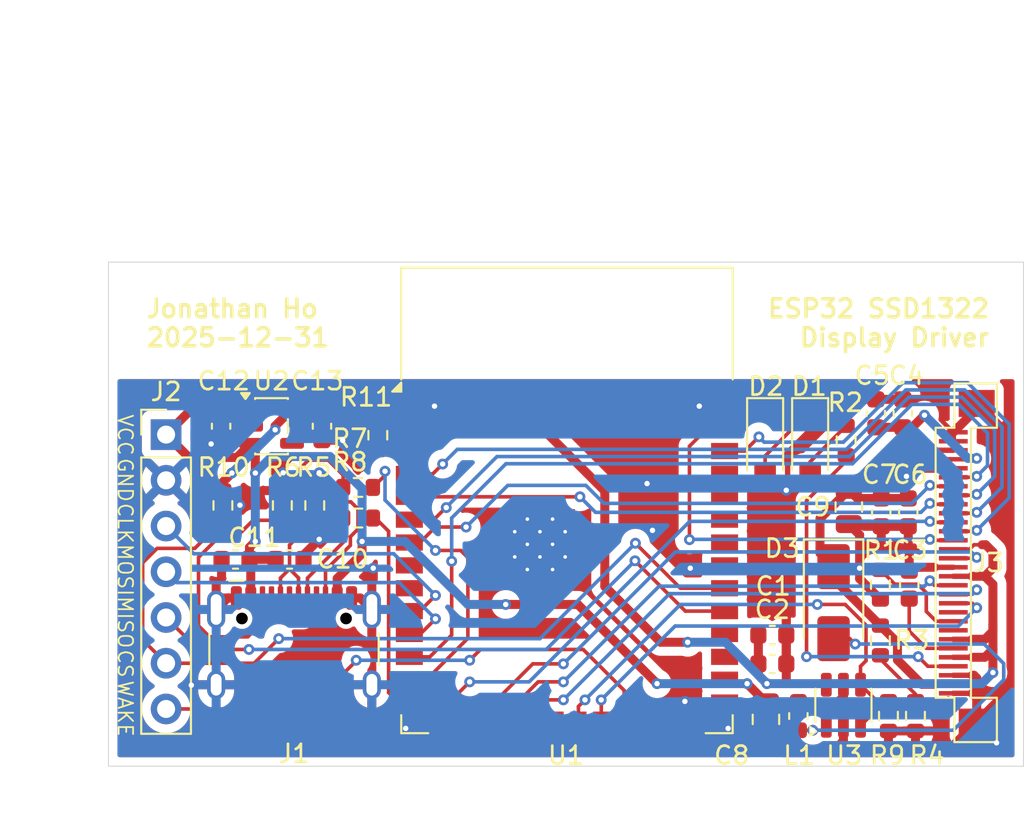
<source format=kicad_pcb>
(kicad_pcb (version 20241229) (generator "pcbnew") (generator_version "9.0")
  (layers (0 "F.Cu" signal) (2 "B.Cu" signal) (13 "F.Paste" user) (15 "B.Paste" user) (5 "F.SilkS" user "F.Silkscreen") (7 "B.SilkS" user "B.Silkscreen") (1 "F.Mask" user) (3 "B.Mask" user) (25 "Edge.Cuts" user))
  (net 0 "")
  (net 1 "GND")
  (net 2 "+3V3")
  (net 3 "+12V")
  (net 4 "+5V")
  (net 5 "Net-(D1-K)")
  (net 6 "Net-(D1-A)")
  (net 7 "Net-(D3-A)")
  (net 8 "Net-(J1-D--PadA7)")
  (net 9 "Net-(J1-CC1)")
  (net 10 "Net-(J1-CC2)")
  (net 11 "Net-(J1-D+-PadA6)")
  (net 12 "Net-(J2-CS)")
  (net 13 "Net-(J2-WAKE)")
  (net 14 "Net-(J2-CLK)")
  (net 15 "Net-(J2-MOSI)")
  (net 16 "Net-(J2-MISO)")
  (net 17 "Net-(U3-FB)")
  (net 18 "Net-(U1-USB_D-)")
  (net 19 "Net-(U1-USB_D+)")
  (net 20 "Net-(U1-IO13)")
  (net 21 "Net-(U1-EN)")
  (net 41 "Net-(J3-VDD)")
  (net 42 "Net-(J3-VCOMH)")
  (net 43 "Net-(J3-D3)")
  (net 44 "Net-(J3-D5)")
  (net 45 "Net-(J3-DC#)")
  (net 46 "Net-(J3-D6)")
  (net 47 "Net-(J3-CS#)")
  (net 49 "Net-(J3-RW#)")
  (net 50 "Net-(J3-IREF)")
  (net 51 "Net-(J3-D2)")
  (net 52 "Net-(J3-VSL)")
  (net 54 "Net-(J3-D1)")
  (net 55 "Net-(J3-D4)")
  (net 56 "Net-(J3-D7)")
  (net 57 "Net-(J3-D0)")
  (net 58 "Net-(J3-RES#)")
  (footprint "Resistor_SMD:R_0603_1608Metric" (layer "F.Cu") (at 94.953661 101.614553 -90)
    (property "Reference" "R11")
    (property "Value" "10k")
  )
  (footprint "Capacitor_SMD:C_0603_1608Metric" (layer "F.Cu") (at 91.853661 101.114553 -90)
    (property "Reference" "C13")
    (property "Value" "2.2uF")
  )
  (footprint "RF_Module:ESP32-S3-WROOM-1" (layer "F.Cu") (at 105.453661 105.214553)
    (property "Reference" "U1")
    (property "Value" "ESP32-S3-WROOM-1")
  )
  (footprint "Capacitor_SMD:C_0603_1608Metric" (layer "F.Cu") (at 90.053661 108.514553)
    (property "Reference" "C10")
    (property "Value" "10uF")
  )
  (footprint "Resistor_SMD:R_0603_1608Metric" (layer "F.Cu") (at 93.853661 104.514553)
    (property "Reference" "R7")
    (property "Value" "22R")
  )
  (footprint "SSD1322:ssd1322" (layer "F.Cu") (at 126.9 108.7 90)
    (property "Reference" "J3")
    (property "Value" "SSD1322 30-Pin Connector")
  )
  (footprint "Diode_SMD:D_SOD-123" (layer "F.Cu") (at 116.453661 101.914553 -90)
    (property "Reference" "D2")
    (property "Value" "1N4148")
  )
  (footprint "Resistor_SMD:R_0603_1608Metric" (layer "F.Cu") (at 91.453661 105.514553 90)
    (property "Reference" "R5")
    (property "Value" "5.1k")
  )
  (footprint "Resistor_SMD:R_0603_1608Metric" (layer "F.Cu") (at 120.953661 101.914553 -90)
    (property "Reference" "R2")
    (property "Value" "50R")
  )
  (footprint "Capacitor_SMD:C_0603_1608Metric" (layer "F.Cu") (at 87.053661 108.514553 180)
    (property "Reference" "C11")
    (property "Value" "0.1uF")
  )
  (footprint "Capacitor_SMD:C_0603_1608Metric" (layer "F.Cu") (at 86.253661 101.114553 -90)
    (property "Reference" "C12")
    (property "Value" "1uF")
  )
  (footprint "Diode_SMD:D_SMA" (layer "F.Cu") (at 120.253661 110.914553 -90)
    (property "Reference" "D3")
    (property "Value" "SS34")
  )
  (footprint "Resistor_SMD:R_0603_1608Metric" (layer "F.Cu") (at 89.653661 105.514553 90)
    (property "Reference" "R6")
    (property "Value" "5.1k")
  )
  (footprint "Package_TO_SOT_SMD:SOT-23-5" (layer "F.Cu") (at 89.053661 101.114553)
    (property "Reference" "U2")
    (property "Value" "AP2112K-3.3")
  )
  (footprint "Package_TO_SOT_SMD:SOT-23-6" (layer "F.Cu") (at 120.8 116.614553 90)
    (property "Reference" "U3")
    (property "Value" "MT3608")
  )
  (footprint "Connector_PinHeader_2.54mm:PinHeader_1x07_P2.54mm_Vertical" (layer "F.Cu") (at 83.2 101.58)
    (property "Reference" "J2")
    (property "Value" "Display Connector Input")
  )
  (footprint "Capacitor_SMD:C_0603_1608Metric" (layer "F.Cu") (at 124.4 105.9 -90)
    (property "Reference" "C6")
    (property "Value" "10uF (25V)")
  )
  (footprint "Capacitor_SMD:C_0603_1608Metric" (layer "F.Cu") (at 116.853661 114.314553)
    (property "Reference" "C2")
    (property "Value" "0.1uF")
  )
  (footprint "Diode_SMD:D_SOD-123" (layer "F.Cu") (at 118.953661 101.914553 -90)
    (property "Reference" "D1")
    (property "Value" "1N4148")
  )
  (footprint "Resistor_SMD:R_0603_1608Metric" (layer "F.Cu") (at 93.853661 106.214553)
    (property "Reference" "R8")
    (property "Value" "22R")
  )
  (footprint "Resistor_SMD:R_0603_1608Metric" (layer "F.Cu") (at 122.853661 109.914553 90)
    (property "Reference" "R1")
    (property "Value" "910k (or 1M)")
  )
  (footprint "Connector_USB:USB_C_Receptacle_HCTL_HC-TYPE-C-16P-01A" (layer "F.Cu") (at 90.3 114.4)
    (property "Reference" "J1")
    (property "Value" "USB_C_Receptacle_USB2.0_16P")
  )
  (footprint "Resistor_SMD:R_0603_1608Metric" (layer "F.Cu") (at 123.3 117.214553 -90)
    (property "Reference" "R9")
    (property "Value" "100k")
  )
  (footprint "Capacitor_SMD:C_0805_2012Metric" (layer "F.Cu") (at 116.5 117.4 -90)
    (property "Reference" "C8")
    (property "Value" "22uF")
  )
  (footprint "Capacitor_SMD:C_0603_1608Metric" (layer "F.Cu") (at 122.9 105.9 -90)
    (property "Reference" "C7")
    (property "Value" "0.1uF (25V)")
  )
  (footprint "Resistor_SMD:R_0603_1608Metric" (layer "F.Cu") (at 122.853661 113.014553 -90)
    (property "Reference" "R3")
    (property "Value" "190k (or 200k)")
  )
  (footprint "Capacitor_SMD:C_0603_1608Metric" (layer "F.Cu") (at 116.853661 112.714553)
    (property "Reference" "C1")
    (property "Value" "10uF")
  )
  (footprint "Inductor_SMD:L_0603_1608Metric" (layer "F.Cu") (at 118.3 117.214553 -90)
    (property "Reference" "L1")
    (property "Value" "22uH (or 10uH)")
  )
  (footprint "Capacitor_SMD:C_0603_1608Metric" (layer "F.Cu") (at 124.1 100.4 90)
    (property "Reference" "C4")
    (property "Value" "4.7uF (25V)")
  )
  (footprint "Resistor_SMD:R_0603_1608Metric" (layer "F.Cu") (at 124.8 117.214553 -90)
    (property "Reference" "R4")
    (property "Value" "10k")
  )
  (footprint "Capacitor_SMD:C_0603_1608Metric" (layer "F.Cu") (at 124.453661 109.914553 90)
    (property "Reference" "C3")
    (property "Value" "1uF")
  )
  (footprint "Resistor_SMD:R_0603_1608Metric" (layer "F.Cu") (at 86.353661 105.514553 -90)
    (property "Reference" "R10")
    (property "Value" "10k")
  )
  (footprint "Capacitor_SMD:C_0805_2012Metric" (layer "F.Cu") (at 121.1 105.6 -90)
    (property "Reference" "C9")
    (property "Value" "22uF (25V)")
  )
  (footprint "Capacitor_SMD:C_0603_1608Metric" (layer "F.Cu") (at 122.6 100.4 90)
    (property "Reference" "C5")
    (property "Value" "0.1uF (25V)")
  )
  (gr_rect (start 80 92) (end 130.8 120) (stroke (width 0.05)) (fill no) (layer "Edge.Cuts"))
  (gr_text "CLK" (at 81.4 106.5 270) (layer "F.SilkS") (effects (font (size 0.8 0.8) (thickness 0.1)) (justify top)))
  (gr_text "GND" (at 81.4 104.1 270) (layer "F.SilkS") (effects (font (size 0.8 0.8) (thickness 0.1)) (justify top)))
  (gr_text "CS" (at 81.4 114.3 270) (layer "F.SilkS") (effects (font (size 0.8 0.8) (thickness 0.1)) (justify top)))
  (gr_text "ESP32 SSD1322\nDisplay Driver" (at 129 94 0) (layer "F.SilkS") (effects (font (size 1 1) (thickness 0.2) (bold yes)) (justify right top)))
  (gr_text "MISO" (at 81.4 112 270) (layer "F.SilkS") (effects (font (size 0.8 0.8) (thickness 0.1)) (justify top)))
  (gr_text "WAKE" (at 81.4 116.8 270) (layer "F.SilkS") (effects (font (size 0.8 0.8) (thickness 0.1)) (justify top)))
  (gr_text "VCC" (at 81.4 101.6 270) (layer "F.SilkS") (effects (font (size 0.8 0.8) (thickness 0.1)) (justify top)))
  (gr_text "MOSI" (at 81.4 109.1 270) (layer "F.SilkS") (effects (font (size 0.8 0.8) (thickness 0.1)) (justify top)))
  (gr_text "Jonathan Ho\n2025-12-31" (at 82 94 0) (layer "F.SilkS") (effects (font (size 1 1) (thickness 0.2) (bold yes)) (justify left top)))
  (segment (start 126.9 115.95) (end 127.95 115.95) (width 0.3) (layer "F.Cu") (net 1))
  (segment (start 124.75 103.45) (end 124.3 103.9) (width 0.5) (layer "F.Cu") (net 1))
  (segment (start 116.5 118.35) (end 114.85 118.35) (width 0.5) (layer "F.Cu") (net 1))
  (segment (start 117.25 119.1) (end 120.3 119.1) (width 0.5) (layer "F.Cu") (net 1))
  (segment (start 124.643214 108.95) (end 124.453661 109.139553) (width 0.5) (layer "F.Cu") (net 1))
  (segment (start 93.98 110.655) (end 94.62 111.295) (width 0.5) (layer "F.Cu") (net 1))
  (segment (start 128.2 115.1) (end 128.05 114.95) (width 0.5) (layer "F.Cu") (net 1))
  (segment (start 86.62 110.655) (end 85.98 111.295) (width 0.5) (layer "F.Cu") (net 1))
  (segment (start 125.85 103.45) (end 124.75 103.45) (width 0.5) (layer "F.Cu") (net 1))
  (segment (start 121.7 109.585892) (end 121.7 109) (width 0.5) (layer "F.Cu") (net 1))
  (segment (start 90.828661 108.271339) (end 90.828661 108.514553) (width 0.5) (layer "F.Cu") (net 1))
  (segment (start 116.5 118.35) (end 117.25 119.1) (width 0.5) (layer "F.Cu") (net 1))
  (segment (start 93.5 110.655) (end 93.98 110.655) (width 0.5) (layer "F.Cu") (net 1))
  (segment (start 124.453661 109.139553) (end 124.339553 109.139553) (width 0.5) (layer "F.Cu") (net 1))
  (segment (start 120.8 118.6) (end 120.8 117.752053) (width 0.5) (layer "F.Cu") (net 1))
  (segment (start 126.9 114.95) (end 127.95 114.95) (width 0.3) (layer "F.Cu") (net 1))
  (segment (start 121.1 106.55) (end 122.775 106.55) (width 0.5) (layer "F.Cu") (net 1))
  (segment (start 87.1 110.655) (end 86.62 110.655) (width 0.5) (layer "F.Cu") (net 1))
  (segment (start 122.775 106.55) (end 122.9 106.675) (width 0.5) (layer "F.Cu") (net 1))
  (segment (start 120.3 119.1) (end 120.8 118.6) (width 0.5) (layer "F.Cu") (net 1))
  (segment (start 128.2 100.15) (end 126.9 101.45) (width 0.5) (layer "F.Cu") (net 1))
  (segment (start 117.628661 104.671339) (end 117.628661 112.714553) (width 0.5) (layer "F.Cu") (net 1))
  (segment (start 128.2 116.2) (end 128.2 115.1) (width 0.5) (layer "F.Cu") (net 1))
  (segment (start 91.7 104.443214) (end 91.453661 104.689553) (width 0.5) (layer "F.Cu") (net 1))
  (segment (start 91.853661 101.889553) (end 92.989553 101.889553) (width 0.5) (layer "F.Cu") (net 1))
  (segment (start 122.853661 110.739553) (end 121.7 109.585892) (width 0.5) (layer "F.Cu") (net 1))
  (segment (start 128.2 116.2) (end 128.2 117.55) (width 0.5) (layer "F.Cu") (net 1))
  (segment (start 122.9 106.675) (end 124.4 106.675) (width 0.5) (layer "F.Cu") (net 1))
  (segment (start 86.253661 101.889553) (end 87.028661 101.114553) (width 0.5) (layer "F.Cu") (net 1))
  (segment (start 121.7 107.15) (end 121.1 106.55) (width 0.5) (layer "F.Cu") (net 1))
  (segment (start 127.95 115.95) (end 128.2 116.2) (width 0.5) (layer "F.Cu") (net 1))
  (segment (start 121.7 109) (end 121.7 107.15) (width 0.5) (layer "F.Cu") (net 1))
  (segment (start 91.7 107.4) (end 90.828661 108.271339) (width 0.5) (layer "F.Cu") (net 1))
  (segment (start 125.85 108.95) (end 124.643214 108.95) (width 0.5) (layer "F.Cu") (net 1))
  (segment (start 128.2 99.85) (end 128.2 100.15) (width 0.5) (layer "F.Cu") (net 1))
  (segment (start 128.05 114.95) (end 127.95 114.95) (width 0.5) (layer "F.Cu") (net 1))
  (segment (start 126.9 103.45) (end 125.85 103.45) (width 0.3) (layer "F.Cu") (net 1))
  (segment (start 126.9 108.95) (end 125.85 108.95) (width 0.3) (layer "F.Cu") (net 1))
  (segment (start 92.989553 101.889553) (end 93 101.9) (width 0.5) (layer "F.Cu") (net 1))
  (segment (start 87.028661 101.114553) (end 87.916161 101.114553) (width 0.5) (layer "F.Cu") (net 1))
  (segment (start 126.9 101.95) (end 126.9 101.45) (width 0.3) (layer "F.Cu") (net 1))
  (segment (start 114.85 118.35) (end 114.4 117.9) (width 0.5) (layer "F.Cu") (net 1))
  (segment (start 86.278661 108.514553) (end 86.314553 108.514553) (width 0.5) (layer "F.Cu") (net 1))
  (segment (start 117.628661 114.314553) (end 117.628661 112.714553) (width 0.5) (layer "F.Cu") (net 1))
  (segment (start 91.7 103.7) (end 91.7 104.443214) (width 0.5) (layer "F.Cu") (net 1))
  (via (at 89.7 103.7) (size 0.6) (drill 0.3) (layers "F.Cu" "B.Cu") (net 1))
  (via (at 93 101.9) (size 0.6) (drill 0.3) (layers "F.Cu" "B.Cu") (net 1))
  (via (at 94.7 109) (size 0.6) (drill 0.3) (layers "F.Cu" "B.Cu") (net 1))
  (via (at 96.5 117.9) (size 0.6) (drill 0.3) (layers "F.Cu" "B.Cu") (net 1))
  (via (at 84.6 115.5) (size 0.6) (drill 0.3) (layers "F.Cu" "B.Cu") (net 1))
  (via (at 112.3 109) (size 0.6) (drill 0.3) (layers "F.Cu" "B.Cu") (net 1))
  (via (at 109.9 104.3) (size 0.6) (drill 0.3) (layers "F.Cu" "B.Cu") (net 1))
  (via (at 114.4 117.9) (size 0.6) (drill 0.3) (layers "F.Cu" "B.Cu") (net 1))
  (via (at 98.1 100) (size 0.6) (drill 0.3) (layers "F.Cu" "B.Cu") (net 1))
  (via (at 124.3 103.9) (size 0.6) (drill 0.3) (layers "F.Cu" "B.Cu") (net 1))
  (via (at 85.7 102.1) (size 0.6) (drill 0.3) (layers "F.Cu" "B.Cu") (net 1))
  (via (at 129.3 118.7) (size 0.6) (drill 0.3) (layers "F.Cu" "B.Cu") (net 1))
  (via (at 112 116.4) (size 0.6) (drill 0.3) (layers "F.Cu" "B.Cu") (net 1))
  (via (at 91.7 103.7) (size 0.6) (drill 0.3) (layers "F.Cu" "B.Cu") (net 1))
  (via (at 117.628661 104.671339) (size 0.6) (drill 0.3) (layers "F.Cu" "B.Cu") (net 1))
  (via (at 91.7 107.4) (size 0.6) (drill 0.3) (layers "F.Cu" "B.Cu") (net 1))
  (via (at 112.8 100) (size 0.6) (drill 0.3) (layers "F.Cu" "B.Cu") (net 1))
  (via (at 121.7 109) (size 0.6) (drill 0.3) (layers "F.Cu" "B.Cu") (net 1))
  (via (at 110.2 106.9) (size 0.6) (drill 0.3) (layers "F.Cu" "B.Cu") (net 1))
  (via (at 87.3 105.5) (size 0.6) (drill 0.3) (layers "F.Cu" "B.Cu") (net 1))
  (segment (start 86.353661 104.214553) (end 86.853661 103.714553) (width 0.5) (layer "F.Cu") (net 2))
  (segment (start 116.553661 115.414553) (end 116.078661 114.939553) (width 0.5) (layer "F.Cu") (net 2))
  (segment (start 126.9 107.95) (end 127.800057 107.95) (width 0.2) (layer "F.Cu") (net 2))
  (segment (start 128.65 109.45) (end 129.1 109) (width 0.5) (layer "F.Cu") (net 2))
  (segment (start 128.65 109.45) (end 129.1 109.9) (width 0.5) (layer "F.Cu") (net 2))
  (segment (start 129.1 108.1) (end 128.7 107.7) (width 0.5) (layer "F.Cu") (net 2))
  (segment (start 128.7 107.7) (end 128.5 107.7) (width 0.5) (layer "F.Cu") (net 2))
  (segment (start 129.1 112.5) (end 128.65 112.95) (width 0.5) (layer "F.Cu") (net 2))
  (segment (start 89.253661 101.314553) (end 89.253661 101.102053) (width 0.5) (layer "F.Cu") (net 2))
  (segment (start 112.153661 113.114553) (end 110.653661 113.114553) (width 0.5) (layer "F.Cu") (net 2))
  (segment (start 129.1 109.9) (end 129.1 112.1) (width 0.5) (layer "F.Cu") (net 2))
  (segment (start 116.078661 114.939553) (end 116.078661 114.314553) (width 0.5) (layer "F.Cu") (net 2))
  (segment (start 104.063661 101.224553) (end 96.703661 101.224553) (width 0.5) (layer "F.Cu") (net 2))
  (segment (start 129.1 112.1) (end 129.1 112.5) (width 0.5) (layer "F.Cu") (net 2))
  (segment (start 94.503661 100.339553) (end 94.953661 100.789553) (width 0.5) (layer "F.Cu") (net 2))
  (segment (start 129.1 113.5) (end 128.65 113.95) (width 0.5) (layer "F.Cu") (net 2))
  (segment (start 126.9 113.95) (end 127.95 113.95) (width 0.3) (layer "F.Cu") (net 2))
  (segment (start 129.1 112.1) (end 129.1 113.5) (width 0.5) (layer "F.Cu") (net 2))
  (segment (start 127.800057 107.95) (end 128.050057 107.7) (width 0.2) (layer "F.Cu") (net 2))
  (segment (start 94.953661 100.789553) (end 95.388661 101.224553) (width 0.5) (layer "F.Cu") (net 2))
  (segment (start 86.353661 104.689553) (end 86.353661 104.214553) (width 0.5) (layer "F.Cu") (net 2))
  (segment (start 110.653661 113.114553) (end 107.553661 110.014553) (width 0.5) (layer "F.Cu") (net 2))
  (segment (start 95.388661 101.224553) (end 96.703661 101.224553) (width 0.5) (layer "F.Cu") (net 2))
  (segment (start 89.253661 101.102053) (end 90.191161 100.164553) (width 0.5) (layer "F.Cu") (net 2))
  (segment (start 107.553661 104.714553) (end 104.063661 101.224553) (width 0.5) (layer "F.Cu") (net 2))
  (segment (start 91.678661 100.164553) (end 91.853661 100.339553) (width 0.5) (layer "F.Cu") (net 2))
  (segment (start 129.1 113.5) (end 129.1 114.8) (width 0.5) (layer "F.Cu") (net 2))
  (segment (start 128.050057 107.7) (end 128.5 107.7) (width 0.2) (layer "F.Cu") (net 2))
  (segment (start 128.65 112.95) (end 127.95 112.95) (width 0.5) (layer "F.Cu") (net 2))
  (segment (start 127.95 109.45) (end 128.65 109.45) (width 0.5) (layer "F.Cu") (net 2))
  (segment (start 116.078661 114.314553) (end 116.078661 112.714553) (width 0.5) (layer "F.Cu") (net 2))
  (segment (start 126.9 109.45) (end 127.95 109.45) (width 0.3) (layer "F.Cu") (net 2))
  (segment (start 91.853661 100.339553) (end 94.503661 100.339553) (width 0.5) (layer "F.Cu") (net 2))
  (segment (start 107.553661 110.014553) (end 107.553661 104.714553) (width 0.5) (layer "F.Cu") (net 2))
  (segment (start 126.9 112.95) (end 127.95 112.95) (width 0.3) (layer "F.Cu") (net 2))
  (segment (start 90.191161 100.164553) (end 91.678661 100.164553) (width 0.5) (layer "F.Cu") (net 2))
  (segment (start 128.65 113.95) (end 127.95 113.95) (width 0.5) (layer "F.Cu") (net 2))
  (segment (start 129.1 109) (end 129.1 108.1) (width 0.5) (layer "F.Cu") (net 2))
  (via (at 129.1 114.8) (size 0.6) (drill 0.3) (layers "F.Cu" "B.Cu") (net 2))
  (via (at 86.853661 103.714553) (size 0.6) (drill 0.3) (layers "F.Cu" "B.Cu") (net 2))
  (via (at 89.253661 101.314553) (size 0.6) (drill 0.3) (layers "F.Cu" "B.Cu") (net 2))
  (via (at 116.553661 115.414553) (size 0.6) (drill 0.3) (layers "F.Cu" "B.Cu") (net 2))
  (via (at 112.153661 113.114553) (size 0.6) (drill 0.3) (layers "F.Cu" "B.Cu") (net 2))
  (segment (start 128.485447 115.414553) (end 129.1 114.8) (width 0.5) (layer "B.Cu") (net 2))
  (segment (start 116.553661 115.414553) (end 128.485447 115.414553) (width 0.5) (layer "B.Cu") (net 2))
  (segment (start 86.853661 103.714553) (end 89.253661 101.314553) (width 0.5) (layer "B.Cu") (net 2))
  (segment (start 114.253661 113.114553) (end 112.153661 113.114553) (width 0.5) (layer "B.Cu") (net 2))
  (segment (start 116.553661 115.414553) (end 114.253661 113.114553) (width 0.5) (layer "B.Cu") (net 2))
  (segment (start 120.253661 109.589553) (end 122.853661 112.189553) (width 0.5) (layer "F.Cu") (net 3))
  (segment (start 122.853661 112.189553) (end 123.8 113.135892) (width 0.5) (layer "F.Cu") (net 3))
  (segment (start 122.9 105.125) (end 124.4 105.125) (width 0.5) (layer "F.Cu") (net 3))
  (segment (start 123.8 113.135892) (end 123.8 114.1) (width 0.5) (layer "F.Cu") (net 3))
  (segment (start 126.9 102.45) (end 125.85 102.45) (width 0.3) (layer "F.Cu") (net 3))
  (segment (start 125.15 115.45) (end 123.8 114.1) (width 0.5) (layer "F.Cu") (net 3))
  (segment (start 123.3 102.45) (end 125.649 102.45) (width 0.5) (layer "F.Cu") (net 3))
  (segment (start 126.9 115.45) (end 125.85 115.45) (width 0.3) (layer "F.Cu") (net 3))
  (segment (start 121.1 104.65) (end 119.5 106.25) (width 0.5) (layer "F.Cu") (net 3))
  (segment (start 121.575 105.125) (end 121.1 104.65) (width 0.5) (layer "F.Cu") (net 3))
  (segment (start 122.9 105.125) (end 121.575 105.125) (width 0.5) (layer "F.Cu") (net 3))
  (segment (start 125.85 115.45) (end 125.15 115.45) (width 0.5) (layer "F.Cu") (net 3))
  (segment (start 119.5 106.25) (end 119.5 108.160892) (width 0.5) (layer "F.Cu") (net 3))
  (segment (start 120.253661 108.914553) (end 120.253661 109.589553) (width 0.5) (layer "F.Cu") (net 3))
  (segment (start 121.1 104.65) (end 123.3 102.45) (width 0.5) (layer "F.Cu") (net 3))
  (segment (start 119.5 108.160892) (end 120.253661 108.914553) (width 0.5) (layer "F.Cu") (net 3))
  (segment (start 87.828661 108.514553) (end 87.903661 108.589553) (width 0.5) (layer "F.Cu") (net 4))
  (segment (start 116.5 116.45) (end 118.277053 116.45) (width 0.5) (layer "F.Cu") (net 4))
  (segment (start 94.078661 108.189553) (end 92.7 109.568214) (width 0.5) (layer "F.Cu") (net 4))
  (segment (start 87.129714 102.851) (end 84.471 102.851) (width 0.5) (layer "F.Cu") (net 4))
  (segment (start 94.078661 107.514553) (end 94.078661 108.189553) (width 0.5) (layer "F.Cu") (net 4))
  (segment (start 88.153661 107.514553) (end 87.828661 107.839553) (width 0.5) (layer "F.Cu") (net 4))
  (segment (start 118.277053 116.45) (end 118.3 116.427053) (width 0.5) (layer "F.Cu") (net 4))
  (segment (start 120.8 116.139552) (end 120.8 115.477053) (width 0.5) (layer "F.Cu") (net 4))
  (segment (start 87.828661 108.514553) (end 87.9 108.585892) (width 0.5) (layer "F.Cu") (net 4))
  (segment (start 87.828661 107.839553) (end 87.828661 108.514553) (width 0.5) (layer "F.Cu") (net 4))
  (segment (start 87.741161 100.339553) (end 87.916161 100.164553) (width 0.5) (layer "F.Cu") (net 4))
  (segment (start 118.3 116.427053) (end 118.472947 116.6) (width 0.5) (layer "F.Cu") (net 4))
  (segment (start 106.053661 111.014553) (end 110.453661 115.414553) (width 0.5) (layer "F.Cu") (net 4))
  (segment (start 88.153661 102.302053) (end 87.916161 102.064553) (width 0.5) (layer "F.Cu") (net 4))
  (segment (start 89.278661 108.514553) (end 87.828661 108.514553) (width 0.5) (layer "F.Cu") (net 4))
  (segment (start 86.253661 100.339553) (end 87.741161 100.339553) (width 0.5) (layer "F.Cu") (net 4))
  (segment (start 116.5 116.45) (end 116.489108 116.45) (width 0.5) (layer "F.Cu") (net 4))
  (segment (start 88.153661 103.714553) (end 88.153661 102.302053) (width 0.5) (layer "F.Cu") (net 4))
  (segment (start 120.339552 116.6) (end 120.8 116.139552) (width 0.5) (layer "F.Cu") (net 4))
  (segment (start 116.489108 116.45) (end 115.453661 115.414553) (width 0.5) (layer "F.Cu") (net 4))
  (segment (start 84.471 102.851) (end 83.2 101.58) (width 0.5) (layer "F.Cu") (net 4))
  (segment (start 86.253661 100.339553) (end 84.440447 100.339553) (width 0.5) (layer "F.Cu") (net 4))
  (segment (start 87.916161 102.064553) (end 87.129714 102.851) (width 0.5) (layer "F.Cu") (net 4))
  (segment (start 92.7 109.568214) (end 92.7 110.655) (width 0.5) (layer "F.Cu") (net 4))
  (segment (start 84.440447 100.339553) (end 83.2 101.58) (width 0.5) (layer "F.Cu") (net 4))
  (segment (start 118.472947 116.6) (end 120.339552 116.6) (width 0.5) (layer "F.Cu") (net 4))
  (segment (start 87.9 108.585892) (end 87.9 110.655) (width 0.5) (layer "F.Cu") (net 4))
  (segment (start 102.053661 111.014553) (end 106.053661 111.014553) (width 0.5) (layer "F.Cu") (net 4))
  (via (at 102.053661 111.014553) (size 0.6) (drill 0.3) (layers "F.Cu" "B.Cu") (net 4))
  (via (at 88.153661 107.514553) (size 0.6) (drill 0.3) (layers "F.Cu" "B.Cu") (net 4))
  (via (at 115.453661 115.414553) (size 0.6) (drill 0.3) (layers "F.Cu" "B.Cu") (net 4))
  (via (at 94.078661 107.514553) (size 0.6) (drill 0.3) (layers "F.Cu" "B.Cu") (net 4))
  (via (at 88.153661 103.714553) (size 0.6) (drill 0.3) (layers "F.Cu" "B.Cu") (net 4))
  (via (at 110.453661 115.414553) (size 0.6) (drill 0.3) (layers "F.Cu" "B.Cu") (net 4))
  (segment (start 94.078661 104.578661) (end 92.3 102.8) (width 0.5) (layer "B.Cu") (net 4))
  (segment (start 88.153661 103.714553) (end 88.153661 107.514553) (width 0.5) (layer "B.Cu") (net 4))
  (segment (start 96.453661 107.514553) (end 99.953661 111.014553) (width 0.5) (layer "B.Cu") (net 4))
  (segment (start 92.3 102.8) (end 89.068214 102.8) (width 0.5) (layer "B.Cu") (net 4))
  (segment (start 115.453661 115.414553) (end 110.453661 115.414553) (width 0.5) (layer "B.Cu") (net 4))
  (segment (start 89.068214 102.8) (end 88.153661 103.714553) (width 0.5) (layer "B.Cu") (net 4))
  (segment (start 99.953661 111.014553) (end 102.053661 111.014553) (width 0.5) (layer "B.Cu") (net 4))
  (segment (start 94.078661 107.514553) (end 96.453661 107.514553) (width 0.5) (layer "B.Cu") (net 4))
  (segment (start 94.078661 107.514553) (end 94.078661 104.578661) (width 0.5) (layer "B.Cu") (net 4))
  (segment (start 116.453661 102.764553) (end 118.953661 100.264553) (width 0.2) (layer "F.Cu") (net 5))
  (segment (start 116.453661 103.564553) (end 116.453661 102.764553) (width 0.2) (layer "F.Cu") (net 5))
  (segment (start 118.953661 103.564553) (end 118.953661 103.089553) (width 0.2) (layer "F.Cu") (net 6))
  (segment (start 118.953661 103.089553) (end 120.953661 101.089553) (width 0.2) (layer "F.Cu") (net 6))
  (segment (start 119.1 118.002053) (end 119.6 118.002053) (width 0.2) (layer "F.Cu") (net 7))
  (segment (start 121.153661 112.914553) (end 121.453661 113.214553) (width 0.2) (layer "F.Cu") (net 7))
  (segment (start 120.253661 112.914553) (end 121.153661 112.914553) (width 0.2) (layer "F.Cu") (net 7))
  (segment (start 119.6 118.002053) (end 119.85 117.752053) (width 0.2) (layer "F.Cu") (net 7))
  (segment (start 119.1 118.002053) (end 118.3 118.002053) (width 0.2) (layer "F.Cu") (net 7))
  (via (at 119.1 118.002053) (size 0.6) (drill 0.3) (layers "F.Cu" "B.Cu") (net 7))
  (via (at 121.453661 113.214553) (size 0.6) (drill 0.3) (layers "F.Cu" "B.Cu") (net 7))
  (segment (start 129.7 115.2) (end 126.897947 118.002053) (width 0.2) (layer "B.Cu") (net 7))
  (segment (start 129.7 114.3) (end 129.7 115.2) (width 0.2) (layer "B.Cu") (net 7))
  (segment (start 121.453661 113.214553) (end 128.614553 113.214553) (width 0.2) (layer "B.Cu") (net 7))
  (segment (start 126.897947 118.002053) (end 119.1 118.002053) (width 0.2) (layer "B.Cu") (net 7))
  (segment (start 128.614553 113.214553) (end 129.7 114.3) (width 0.2) (layer "B.Cu") (net 7))
  (segment (start 89.55 110.655) (end 89.55 109.546214) (width 0.2) (layer "F.Cu") (net 8))
  (segment (start 92.2 103) (end 93.028661 103.828661) (width 0.2) (layer "F.Cu") (net 8))
  (segment (start 90.553661 107.214553) (end 90.553661 103.546339) (width 0.2) (layer "F.Cu") (net 8))
  (segment (start 91.1 103) (end 92.2 103) (width 0.2) (layer "F.Cu") (net 8))
  (segment (start 89.55 109.546214) (end 90.053661 109.042553) (width 0.2) (layer "F.Cu") (net 8))
  (segment (start 90.553661 103.546339) (end 91.1 103) (width 0.2) (layer "F.Cu") (net 8))
  (segment (start 90.053661 109.042553) (end 90.053661 107.714553) (width 0.2) (layer "F.Cu") (net 8))
  (segment (start 93.028661 103.828661) (end 93.028661 104.514553) (width 0.2) (layer "F.Cu") (net 8))
  (segment (start 90.55 109.538892) (end 90.55 110.655) (width 0.2) (layer "F.Cu") (net 8))
  (segment (start 90.053661 109.042553) (end 90.55 109.538892) (width 0.2) (layer "F.Cu") (net 8))
  (segment (start 90.053661 107.714553) (end 90.553661 107.214553) (width 0.2) (layer "F.Cu") (net 8))
  (segment (start 85.614553 112.814553) (end 85 112.2) (width 0.2) (layer "F.Cu") (net 9))
  (segment (start 88.028661 106.339553) (end 89.653661 106.339553) (width 0.2) (layer "F.Cu") (net 9))
  (segment (start 85 108.4) (end 85.985447 107.414553) (width 0.2) (layer "F.Cu") (net 9))
  (segment (start 87.735661 112.814553) (end 85.614553 112.814553) (width 0.2) (layer "F.Cu") (net 9))
  (segment (start 85 112.2) (end 85 108.4) (width 0.2) (layer "F.Cu") (net 9))
  (segment (start 89.05 111.500214) (end 89.05 110.655) (width 0.2) (layer "F.Cu") (net 9))
  (segment (start 86.953661 107.414553) (end 88.028661 106.339553) (width 0.2) (layer "F.Cu") (net 9))
  (segment (start 87.735661 112.814553) (end 89.05 111.500214) (width 0.2) (layer "F.Cu") (net 9))
  (segment (start 85.985447 107.414553) (end 86.953661 107.414553) (width 0.2) (layer "F.Cu") (net 9))
  (segment (start 91.453661 106.339553) (end 92.478661 105.314553) (width 0.2) (layer "F.Cu") (net 10))
  (segment (start 93.853661 105.714553) (end 93.853661 106.826617) (width 0.2) (layer "F.Cu") (net 10))
  (segment (start 93.453661 105.314553) (end 93.853661 105.714553) (width 0.2) (layer "F.Cu") (net 10))
  (segment (start 92.05 109.113314) (end 92.05 110.655) (width 0.2) (layer "F.Cu") (net 10))
  (segment (start 92.478661 105.314553) (end 93.453661 105.314553) (width 0.2) (layer "F.Cu") (net 10))
  (segment (start 93.429661 107.733653) (end 92.05 109.113314) (width 0.2) (layer "F.Cu") (net 10))
  (segment (start 93.429661 107.250617) (end 93.429661 107.733653) (width 0.2) (layer "F.Cu") (net 10))
  (segment (start 93.853661 106.826617) (end 93.429661 107.250617) (width 0.2) (layer "F.Cu") (net 10))
  (segment (start 93.028661 107.567553) (end 93.028661 106.214553) (width 0.2) (layer "F.Cu") (net 11))
  (segment (start 91.05 110.655) (end 91.05 109.546214) (width 0.2) (layer "F.Cu") (net 11))
  (segment (start 91.05 111.55) (end 91.05 110.655) (width 0.2) (layer "F.Cu") (net 11))
  (segment (start 90.05 110.655) (end 90.05 111.55) (width 0.2) (layer "F.Cu") (net 11))
  (segment (start 90.05 111.55) (end 90.3 111.8) (width 0.2) (layer "F.Cu") (net 11))
  (segment (start 90.3 111.8) (end 90.8 111.8) (width 0.2) (layer "F.Cu") (net 11))
  (segment (start 90.8 111.8) (end 91.05 111.55) (width 0.2) (layer "F.Cu") (net 11))
  (segment (start 91.05 109.546214) (end 93.028661 107.567553) (width 0.2) (layer "F.Cu") (net 11))
  (segment (start 82.7 107.9) (end 81.9 108.7) (width 0.2) (layer "F.Cu") (net 12))
  (segment (start 81.9 112.98) (end 83.2 114.28) (width 0.2) (layer "F.Cu") (net 12))
  (segment (start 88.088214 114.28) (end 89.453661 112.914553) (width 0.2) (layer "F.Cu") (net 12))
  (segment (start 114.203661 110.114553) (end 111.753661 110.114553) (width 0.2) (layer "F.Cu") (net 12))
  (segment (start 84.793214 107.9) (end 82.7 107.9) (width 0.2) (layer "F.Cu") (net 12))
  (segment (start 81.9 108.7) (end 81.9 112.98) (width 0.2) (layer "F.Cu") (net 12))
  (segment (start 83.2 114.28) (end 88.088214 114.28) (width 0.2) (layer "F.Cu") (net 12))
  (segment (start 86.353661 106.339553) (end 84.793214 107.9) (width 0.2) (layer "F.Cu") (net 12))
  (segment (start 111.753661 110.114553) (end 109.253661 107.614553) (width 0.2) (layer "F.Cu") (net 12))
  (via (at 89.453661 112.914553) (size 0.6) (drill 0.3) (layers "F.Cu" "B.Cu") (net 12))
  (via (at 109.253661 107.614553) (size 0.6) (drill 0.3) (layers "F.Cu" "B.Cu") (net 12))
  (segment (start 103.953661 112.914553) (end 109.253661 107.614553) (width 0.2) (layer "B.Cu") (net 12))
  (segment (start 89.453661 112.914553) (end 103.953661 112.914553) (width 0.2) (layer "B.Cu") (net 12))
  (segment (start 93.753661 114.114553) (end 93.753661 114.146339) (width 0.2) (layer "F.Cu") (net 13))
  (segment (start 91.08 116.82) (end 83.2 116.82) (width 0.2) (layer "F.Cu") (net 13))
  (segment (start 100.653661 113.514553) (end 106.353661 113.514553) (width 0.2) (layer "F.Cu") (net 13))
  (segment (start 108.628661 115.789553) (end 108.628661 117.714553) (width 0.2) (layer "F.Cu") (net 13))
  (segment (start 106.353661 113.514553) (end 108.628661 115.789553) (width 0.2) (layer "F.Cu") (net 13))
  (segment (start 100.053661 114.114553) (end 100.653661 113.514553) (width 0.2) (layer "F.Cu") (net 13))
  (segment (start 93.753661 114.146339) (end 91.08 116.82) (width 0.2) (layer "F.Cu") (net 13))
  (via (at 93.753661 114.114553) (size 0.6) (drill 0.3) (layers "F.Cu" "B.Cu") (net 13))
  (via (at 100.053661 114.114553) (size 0.6) (drill 0.3) (layers "F.Cu" "B.Cu") (net 13))
  (segment (start 93.753661 114.114553) (end 100.053661 114.114553) (width 0.2) (layer "B.Cu") (net 13))
  (segment (start 98.153661 110.514553) (end 97.283661 111.384553) (width 0.2) (layer "F.Cu") (net 14))
  (segment (start 97.283661 111.384553) (end 96.703661 111.384553) (width 0.2) (layer "F.Cu") (net 14))
  (via (at 98.153661 110.514553) (size 0.6) (drill 0.3) (layers "F.Cu" "B.Cu") (net 14))
  (segment (start 95.839108 108.2) (end 84.74 108.2) (width 0.2) (layer "B.Cu") (net 14))
  (segment (start 84.74 108.2) (end 83.2 106.66) (width 0.2) (layer "B.Cu") (net 14))
  (segment (start 98.153661 110.514553) (end 95.839108 108.2) (width 0.2) (layer "B.Cu") (net 14))
  (segment (start 98.153661 111.814553) (end 97.313661 112.654553) (width 0.2) (layer "F.Cu") (net 15))
  (segment (start 97.313661 112.654553) (end 96.703661 112.654553) (width 0.2) (layer "F.Cu") (net 15))
  (via (at 98.153661 111.814553) (size 0.6) (drill 0.3) (layers "F.Cu" "B.Cu") (net 15))
  (segment (start 98.153661 111.814553) (end 96.139108 109.8) (width 0.2) (layer "B.Cu") (net 15))
  (segment (start 96.139108 109.8) (end 83.8 109.8) (width 0.2) (layer "B.Cu") (net 15))
  (segment (start 83.8 109.8) (end 83.2 109.2) (width 0.2) (layer "B.Cu") (net 15))
  (segment (start 112.023661 111.384553) (end 109.229396 108.590288) (width 0.2) (layer "F.Cu") (net 16))
  (segment (start 114.203661 111.384553) (end 112.023661 111.384553) (width 0.2) (layer "F.Cu") (net 16))
  (segment (start 87.8 113.514553) (end 84.974553 113.514553) (width 0.2) (layer "F.Cu") (net 16))
  (segment (start 84.974553 113.514553) (end 83.2 111.74) (width 0.2) (layer "F.Cu") (net 16))
  (via (at 109.229396 108.590288) (size 0.6) (drill 0.3) (layers "F.Cu" "B.Cu") (net 16))
  (via (at 87.8 113.514553) (size 0.6) (drill 0.3) (layers "F.Cu" "B.Cu") (net 16))
  (segment (start 87.8 113.514553) (end 104.305131 113.514553) (width 0.2) (layer "B.Cu") (net 16))
  (segment (start 104.305131 113.514553) (end 109.229396 108.590288) (width 0.2) (layer "B.Cu") (net 16))
  (segment (start 122.853661 114.053661) (end 124.8 116) (width 0.2) (layer "F.Cu") (net 17))
  (segment (start 122.853661 113.839553) (end 122.853661 114.053661) (width 0.2) (layer "F.Cu") (net 17))
  (segment (start 122.302053 117.2) (end 123.989553 117.2) (width 0.2) (layer "F.Cu") (net 17))
  (segment (start 124.8 116) (end 124.8 116.389553) (width 0.2) (layer "F.Cu") (net 17))
  (segment (start 123.989553 117.2) (end 124.8 116.389553) (width 0.2) (layer "F.Cu") (net 17))
  (segment (start 121.75 117.752053) (end 122.302053 117.2) (width 0.2) (layer "F.Cu") (net 17))
  (segment (start 98.153661 108.014553) (end 99.553661 108.014553) (width 0.2) (layer "F.Cu") (net 18))
  (segment (start 99.953661 112.894553) (end 97.653661 115.194553) (width 0.2) (layer "F.Cu") (net 18))
  (segment (start 95.353661 103.839553) (end 94.678661 104.514553) (width 0.2) (layer "F.Cu") (net 18))
  (segment (start 95.353661 103.614553) (end 95.353661 103.839553) (width 0.2) (layer "F.Cu") (net 18))
  (segment (start 99.553661 108.014553) (end 99.953661 108.414553) (width 0.2) (layer "F.Cu") (net 18))
  (segment (start 99.953661 108.414553) (end 99.953661 112.894553) (width 0.2) (layer "F.Cu") (net 18))
  (segment (start 97.653661 115.194553) (end 96.703661 115.194553) (width 0.2) (layer "F.Cu") (net 18))
  (via (at 95.353661 103.614553) (size 0.6) (drill 0.3) (layers "F.Cu" "B.Cu") (net 18))
  (via (at 98.153661 108.014553) (size 0.6) (drill 0.3) (layers "F.Cu" "B.Cu") (net 18))
  (segment (start 98.153661 108.014553) (end 95.353661 105.214553) (width 0.2) (layer "B.Cu") (net 18))
  (segment (start 95.353661 105.214553) (end 95.353661 103.614553) (width 0.2) (layer "B.Cu") (net 18))
  (segment (start 96.103661 116.464553) (end 96.703661 116.464553) (width 0.2) (layer "F.Cu") (net 19))
  (segment (start 94.678661 106.214553) (end 94.814553 106.214553) (width 0.2) (layer "F.Cu") (net 19))
  (segment (start 95.553661 115.914553) (end 96.103661 116.464553) (width 0.2) (layer "F.Cu") (net 19))
  (segment (start 95.553661 106.953661) (end 95.553661 115.914553) (width 0.2) (layer "F.Cu") (net 19))
  (segment (start 94.814553 106.214553) (end 95.553661 106.953661) (width 0.2) (layer "F.Cu") (net 19))
  (segment (start 123.3 116.389553) (end 122.6625 116.389553) (width 0.2) (layer "F.Cu") (net 20))
  (segment (start 121.75 114.45) (end 121.75 115.477053) (width 0.2) (layer "F.Cu") (net 20))
  (segment (start 106.088661 116.679553) (end 106.453661 116.314553) (width 0.2) (layer "F.Cu") (net 20))
  (segment (start 122.6625 116.389553) (end 121.75 115.477053) (width 0.2) (layer "F.Cu") (net 20))
  (segment (start 106.088661 117.714553) (end 106.088661 116.679553) (width 0.2) (layer "F.Cu") (net 20))
  (segment (start 120.899429 111.014553) (end 122.053661 112.168785) (width 0.2) (layer "F.Cu") (net 20))
  (segment (start 122.053661 112.168785) (end 122.053661 114.146339) (width 0.2) (layer "F.Cu") (net 20))
  (segment (start 122.053661 114.146339) (end 121.75 114.45) (width 0.2) (layer "F.Cu") (net 20))
  (segment (start 119.353661 111.014553) (end 120.899429 111.014553) (width 0.2) (layer "F.Cu") (net 20))
  (via (at 106.453661 116.314553) (size 0.6) (drill 0.3) (layers "F.Cu" "B.Cu") (net 20))
  (via (at 119.353661 111.014553) (size 0.6) (drill 0.3) (layers "F.Cu" "B.Cu") (net 20))
  (segment (start 119.353661 111.014553) (end 111.753661 111.014553) (width 0.2) (layer "B.Cu") (net 20))
  (segment (start 111.753661 111.014553) (end 106.453661 116.314553) (width 0.2) (layer "B.Cu") (net 20))
  (segment (start 96.648661 102.439553) (end 96.703661 102.494553) (width 0.2) (layer "F.Cu") (net 21))
  (segment (start 94.953661 102.439553) (end 96.648661 102.439553) (width 0.2) (layer "F.Cu") (net 21))
  (segment (start 124.453661 112.493899) (end 124.453661 110.689553) (width 0.2) (layer "F.Cu") (net 41))
  (segment (start 126.9 113.45) (end 125.409762 113.45) (width 0.2) (layer "F.Cu") (net 41))
  (segment (start 125.409762 113.45) (end 124.453661 112.493899) (width 0.2) (layer "F.Cu") (net 41))
  (segment (start 122.6 101.175) (end 124.1 101.175) (width 0.5) (layer "F.Cu") (net 42))
  (segment (start 124.625 101.175) (end 124.1 101.175) (width 0.5) (layer "F.Cu") (net 42))
  (segment (start 128.15 102.95) (end 128.2 102.9) (width 0.2) (layer "F.Cu") (net 42))
  (segment (start 125.3 100.5) (end 124.625 101.175) (width 0.5) (layer "F.Cu") (net 42))
  (segment (start 126.9 102.95) (end 128.15 102.95) (width 0.2) (layer "F.Cu") (net 42))
  (via (at 125.3 100.5) (size 0.6) (drill 0.3) (layers "F.Cu" "B.Cu") (net 42))
  (via (at 128.2 102.9) (size 0.6) (drill 0.3) (layers "F.Cu" "B.Cu") (net 42))
  (segment (start 128.2 102.9) (end 127.7 102.9) (width 0.5) (layer "B.Cu") (net 42))
  (segment (start 127.7 102.9) (end 125.3 100.5) (width 0.5) (layer "B.Cu") (net 42))
  (segment (start 126.9 105.95) (end 128.15 105.95) (width 0.2) (layer "F.Cu") (net 43))
  (segment (start 128.15 105.95) (end 128.2 105.9) (width 0.2) (layer "F.Cu") (net 43))
  (segment (start 98.003661 103.764553) (end 96.703661 103.764553) (width 0.2) (layer "F.Cu") (net 43))
  (segment (start 98.553661 103.214553) (end 98.003661 103.764553) (width 0.2) (layer "F.Cu") (net 43))
  (via (at 128.2 105.9) (size 0.6) (drill 0.3) (layers "F.Cu" "B.Cu") (net 43))
  (via (at 98.553661 103.214553) (size 0.6) (drill 0.3) (layers "F.Cu" "B.Cu") (net 43))
  (segment (start 99.368214 102.4) (end 98.553661 103.214553) (width 0.2) (layer "B.Cu") (net 43))
  (segment (start 120.9658 102.4) (end 99.368214 102.4) (width 0.2) (layer "B.Cu") (net 43))
  (segment (start 128.2 105.9) (end 129.6 104.5) (width 0.2) (layer "B.Cu") (net 43))
  (segment (start 124.2678 99.098) (end 120.9658 102.4) (width 0.2) (layer "B.Cu") (net 43))
  (segment (start 129.6 104.5) (end 129.6 101.1658) (width 0.2) (layer "B.Cu") (net 43))
  (segment (start 129.6 101.1658) (end 127.5322 99.098) (width 0.2) (layer "B.Cu") (net 43))
  (segment (start 127.5322 99.098) (end 124.2678 99.098) (width 0.2) (layer "B.Cu") (net 43))
  (segment (start 126.9 104.95) (end 128.15 104.95) (width 0.2) (layer "F.Cu") (net 44))
  (segment (start 98.733661 105.634553) (end 98.063661 106.304553) (width 0.2) (layer "F.Cu") (net 44))
  (segment (start 128.15 104.95) (end 128.2 104.9) (width 0.2) (layer "F.Cu") (net 44))
  (segment (start 98.063661 106.304553) (end 96.703661 106.304553) (width 0.2) (layer "F.Cu") (net 44))
  (segment (start 98.753661 105.634553) (end 98.733661 105.634553) (width 0.2) (layer "F.Cu") (net 44))
  (via (at 98.753661 105.634553) (size 0.6) (drill 0.3) (layers "F.Cu" "B.Cu") (net 44))
  (via (at 128.2 104.9) (size 0.6) (drill 0.3) (layers "F.Cu" "B.Cu") (net 44))
  (segment (start 121.1329 102.8) (end 101.568214 102.8) (width 0.2) (layer "B.Cu") (net 44))
  (segment (start 129.2 101.3329) (end 127.3661 99.499) (width 0.2) (layer "B.Cu") (net 44))
  (segment (start 98.753661 105.614553) (end 98.753661 105.634553) (width 0.2) (layer "B.Cu") (net 44))
  (segment (start 128.2 104.9) (end 129.2 103.9) (width 0.2) (layer "B.Cu") (net 44))
  (segment (start 129.2 103.9) (end 129.2 101.3329) (width 0.2) (layer "B.Cu") (net 44))
  (segment (start 127.3661 99.499) (end 124.4339 99.499) (width 0.2) (layer "B.Cu") (net 44))
  (segment (start 124.4339 99.499) (end 121.1329 102.8) (width 0.2) (layer "B.Cu") (net 44))
  (segment (start 101.568214 102.8) (end 98.753661 105.614553) (width 0.2) (layer "B.Cu") (net 44))
  (segment (start 105.253661 115.314553) (end 103.853661 115.314553) (width 0.2) (layer "F.Cu") (net 45))
  (segment (start 102.278661 116.889553) (end 102.278661 117.714553) (width 0.2) (layer "F.Cu") (net 45))
  (segment (start 125.85 109.95) (end 125.6 109.7) (width 0.2) (layer "F.Cu") (net 45))
  (segment (start 126.9 109.95) (end 125.85 109.95) (width 0.2) (layer "F.Cu") (net 45))
  (segment (start 103.853661 115.314553) (end 102.278661 116.889553) (width 0.2) (layer "F.Cu") (net 45))
  (via (at 105.253661 115.314553) (size 0.6) (drill 0.3) (layers "F.Cu" "B.Cu") (net 45))
  (via (at 125.6 109.7) (size 0.6) (drill 0.3) (layers "F.Cu" "B.Cu") (net 45))
  (segment (start 125.3 110) (end 110.568214 110) (width 0.2) (layer "B.Cu") (net 45))
  (segment (start 125.6 109.7) (end 125.3 110) (width 0.2) (layer "B.Cu") (net 45))
  (segment (start 110.568214 110) (end 105.253661 115.314553) (width 0.2) (layer "B.Cu") (net 45))
  (segment (start 125.65 104.45) (end 125.6 104.4) (width 0.2) (layer "F.Cu") (net 46))
  (segment (start 96.703661 107.574553) (end 97.293661 107.574553) (width 0.2) (layer "F.Cu") (net 46))
  (segment (start 126.9 104.45) (end 125.65 104.45) (width 0.2) (layer "F.Cu") (net 46))
  (segment (start 98.153661 106.714553) (end 99.853661 106.714553) (width 0.2) (layer "F.Cu") (net 46))
  (segment (start 97.293661 107.574553) (end 98.153661 106.714553) (width 0.2) (layer "F.Cu") (net 46))
  (via (at 125.6 104.4) (size 0.6) (drill 0.3) (layers "F.Cu" "B.Cu") (net 46))
  (via (at 99.853661 106.714553) (size 0.6) (drill 0.3) (layers "F.Cu" "B.Cu") (net 46))
  (segment (start 102.168214 104.4) (end 106.5 104.4) (width 0.2) (layer "B.Cu") (net 46))
  (segment (start 107.5 105.4) (end 124.6 105.4) (width 0.2) (layer "B.Cu") (net 46))
  (segment (start 99.853661 106.714553) (end 102.168214 104.4) (width 0.2) (layer "B.Cu") (net 46))
  (segment (start 124.6 105.4) (end 125.6 104.4) (width 0.2) (layer "B.Cu") (net 46))
  (segment (start 106.5 104.4) (end 107.5 105.4) (width 0.2) (layer "B.Cu") (net 46))
  (segment (start 103.998661 116.314553) (end 103.548661 116.764553) (width 0.2) (layer "F.Cu") (net 47))
  (segment (start 105.253661 116.314553) (end 103.998661 116.314553) (width 0.2) (layer "F.Cu") (net 47))
  (segment (start 126.9 110.45) (end 127.95 110.45) (width 0.2) (layer "F.Cu") (net 47))
  (segment (start 103.548661 116.764553) (end 103.548661 117.714553) (width 0.2) (layer "F.Cu") (net 47))
  (segment (start 127.95 110.45) (end 128.2 110.2) (width 0.2) (layer "F.Cu") (net 47))
  (via (at 105.253661 116.314553) (size 0.6) (drill 0.3) (layers "F.Cu" "B.Cu") (net 47))
  (via (at 128.2 110.2) (size 0.6) (drill 0.3) (layers "F.Cu" "B.Cu") (net 47))
  (segment (start 111.153661 110.414553) (end 105.253661 116.314553) (width 0.2) (layer "B.Cu") (net 47))
  (segment (start 128.2 110.2) (end 127.985447 110.414553) (width 0.2) (layer "B.Cu") (net 47))
  (segment (start 127.985447 110.414553) (end 111.153661 110.414553) (width 0.2) (layer "B.Cu") (net 47))
  (segment (start 101.008661 116.862053) (end 101.008661 117.714553) (width 0.2) (layer "F.Cu") (net 49))
  (segment (start 105.253661 114.314553) (end 103.556161 114.314553) (width 0.2) (layer "F.Cu") (net 49))
  (segment (start 103.556161 114.314553) (end 101.008661 116.862053) (width 0.2) (layer "F.Cu") (net 49))
  (segment (start 128.15 108.45) (end 128.2 108.4) (width 0.2) (layer "F.Cu") (net 49))
  (segment (start 126.9 108.45) (end 128.15 108.45) (width 0.2) (layer "F.Cu") (net 49))
  (via (at 105.253661 114.314553) (size 0.6) (drill 0.3) (layers "F.Cu" "B.Cu") (net 49))
  (via (at 128.2 108.4) (size 0.6) (drill 0.3) (layers "F.Cu" "B.Cu") (net 49))
  (segment (start 128.2 108.4) (end 127.9 108.1) (width 0.2) (layer "B.Cu") (net 49))
  (segment (start 111.468214 108.1) (end 105.253661 114.314553) (width 0.2) (layer "B.Cu") (net 49))
  (segment (start 127.9 108.1) (end 111.468214 108.1) (width 0.2) (layer "B.Cu") (net 49))
  (segment (start 124.928716 109.889608) (end 123.653716 109.889608) (width 0.2) (layer "F.Cu") (net 50))
  (segment (start 125.4 110.360892) (end 124.928716 109.889608) (width 0.2) (layer "F.Cu") (net 50))
  (segment (start 125.4 111.4) (end 125.4 110.360892) (width 0.2) (layer "F.Cu") (net 50))
  (segment (start 126.9 111.95) (end 125.95 111.95) (width 0.2) (layer "F.Cu") (net 50))
  (segment (start 123.653716 109.889608) (end 122.853661 109.089553) (width 0.2) (layer "F.Cu") (net 50))
  (segment (start 125.95 111.95) (end 125.4 111.4) (width 0.2) (layer "F.Cu") (net 50))
  (segment (start 100.053661 115.314553) (end 98.553661 116.814553) (width 0.2) (layer "F.Cu") (net 51))
  (segment (start 125.65 106.45) (end 125.6 106.4) (width 0.2) (layer "F.Cu") (net 51))
  (segment (start 98.553661 117.629553) (end 98.468661 117.714553) (width 0.2) (layer "F.Cu") (net 51))
  (segment (start 126.9 106.45) (end 125.65 106.45) (width 0.2) (layer "F.Cu") (net 51))
  (segment (start 98.553661 116.814553) (end 98.553661 117.629553) (width 0.2) (layer "F.Cu") (net 51))
  (via (at 100.053661 115.314553) (size 0.6) (drill 0.3) (layers "F.Cu" "B.Cu") (net 51))
  (via (at 125.6 106.4) (size 0.6) (drill 0.3) (layers "F.Cu" "B.Cu") (net 51))
  (segment (start 112.268214 106.4) (end 103.353661 115.314553) (width 0.2) (layer "B.Cu") (net 51))
  (segment (start 125.6 106.4) (end 112.268214 106.4) (width 0.2) (layer "B.Cu") (net 51))
  (segment (start 103.353661 115.314553) (end 100.053661 115.314553) (width 0.2) (layer "B.Cu") (net 51))
  (segment (start 125.489108 114.45) (end 126.9 114.45) (width 0.2) (layer "F.Cu") (net 52))
  (segment (start 120.953661 103.046339) (end 120.953661 102.739553) (width 0.2) (layer "F.Cu") (net 52))
  (segment (start 118.753661 105.246339) (end 120.953661 103.046339) (width 0.2) (layer "F.Cu") (net 52))
  (segment (start 124.953661 113.914553) (end 125.489108 114.45) (width 0.2) (layer "F.Cu") (net 52))
  (segment (start 118.753661 113.914553) (end 118.753661 105.246339) (width 0.2) (layer "F.Cu") (net 52))
  (via (at 124.953661 113.914553) (size 0.6) (drill 0.3) (layers "F.Cu" "B.Cu") (net 52))
  (via (at 118.753661 113.914553) (size 0.6) (drill 0.3) (layers "F.Cu" "B.Cu") (net 52))
  (segment (start 118.753661 113.914553) (end 124.953661 113.914553) (width 0.2) (layer "B.Cu") (net 52))
  (segment (start 115.32 102.494553) (end 114.203661 102.494553) (width 0.2) (layer "F.Cu") (net 54))
  (segment (start 128.15 106.95) (end 128.2 106.9) (width 0.2) (layer "F.Cu") (net 54))
  (segment (start 126.9 106.95) (end 128.15 106.95) (width 0.2) (layer "F.Cu") (net 54))
  (segment (start 116.107277 101.707277) (end 115.32 102.494553) (width 0.2) (layer "F.Cu") (net 54))
  (via (at 116.107277 101.707277) (size 0.6) (drill 0.3) (layers "F.Cu" "B.Cu") (net 54))
  (via (at 128.2 106.9) (size 0.6) (drill 0.3) (layers "F.Cu" "B.Cu") (net 54))
  (segment (start 127.6983 98.697) (end 130.001 100.9997) (width 0.2) (layer "B.Cu") (net 54))
  (segment (start 120.8 102) (end 124.103 98.697) (width 0.2) (layer "B.Cu") (net 54))
  (segment (start 130.001 100.9997) (end 130.001 105.099) (width 0.2) (layer "B.Cu") (net 54))
  (segment (start 116.107277 101.707277) (end 116.4 102) (width 0.2) (layer "B.Cu") (net 54))
  (segment (start 124.103 98.697) (end 127.6983 98.697) (width 0.2) (layer "B.Cu") (net 54))
  (segment (start 130.001 105.099) (end 128.2 106.9) (width 0.2) (layer "B.Cu") (net 54))
  (segment (start 116.4 102) (end 120.8 102) (width 0.2) (layer "B.Cu") (net 54))
  (segment (start 106.173661 105.034553) (end 96.703661 105.034553) (width 0.2) (layer "F.Cu") (net 55))
  (segment (start 125.65 105.45) (end 125.6 105.4) (width 0.2) (layer "F.Cu") (net 55))
  (segment (start 126.9 105.45) (end 125.65 105.45) (width 0.2) (layer "F.Cu") (net 55))
  (via (at 106.173661 105.034553) (size 0.6) (drill 0.3) (layers "F.Cu" "B.Cu") (net 55))
  (via (at 125.6 105.4) (size 0.6) (drill 0.3) (layers "F.Cu" "B.Cu") (net 55))
  (segment (start 125.6 105.4) (end 125.1 105.9) (width 0.2) (layer "B.Cu") (net 55))
  (segment (start 125.1 105.9) (end 107.039108 105.9) (width 0.2) (layer "B.Cu") (net 55))
  (segment (start 107.039108 105.9) (end 106.173661 105.034553) (width 0.2) (layer "B.Cu") (net 55))
  (segment (start 126.9 103.95) (end 128.15 103.95) (width 0.2) (layer "F.Cu") (net 56))
  (segment (start 128.15 103.95) (end 128.2 103.9) (width 0.2) (layer "F.Cu") (net 56))
  (segment (start 99.053661 108.614553) (end 99.053661 112.714553) (width 0.2) (layer "F.Cu") (net 56))
  (segment (start 97.843661 113.924553) (end 96.703661 113.924553) (width 0.2) (layer "F.Cu") (net 56))
  (segment (start 99.053661 112.714553) (end 97.843661 113.924553) (width 0.2) (layer "F.Cu") (net 56))
  (via (at 128.2 103.9) (size 0.6) (drill 0.3) (layers "F.Cu" "B.Cu") (net 56))
  (via (at 99.053661 108.614553) (size 0.6) (drill 0.3) (layers "F.Cu" "B.Cu") (net 56))
  (segment (start 127.2 99.9) (end 124.6 99.9) (width 0.2) (layer "B.Cu") (net 56))
  (segment (start 128.8 101.5) (end 127.2 99.9) (width 0.2) (layer "B.Cu") (net 56))
  (segment (start 124.6 99.9) (end 121.3 103.2) (width 0.2) (layer "B.Cu") (net 56))
  (segment (start 102.068214 103.2) (end 99.053661 106.214553) (width 0.2) (layer "B.Cu") (net 56))
  (segment (start 128.2 103.9) (end 128.8 103.3) (width 0.2) (layer "B.Cu") (net 56))
  (segment (start 99.053661 106.214553) (end 99.053661 108.614553) (width 0.2) (layer "B.Cu") (net 56))
  (segment (start 121.3 103.2) (end 102.068214 103.2) (width 0.2) (layer "B.Cu") (net 56))
  (segment (start 128.8 103.3) (end 128.8 101.5) (width 0.2) (layer "B.Cu") (net 56))
  (segment (start 125.65 107.45) (end 125.6 107.4) (width 0.2) (layer "F.Cu") (net 57))
  (segment (start 126.9 107.45) (end 125.65 107.45) (width 0.2) (layer "F.Cu") (net 57))
  (segment (start 112.253661 102.224553) (end 113.253661 101.224553) (width 0.2) (layer "F.Cu") (net 57))
  (segment (start 112.253661 107.414553) (end 112.253661 102.224553) (width 0.2) (layer "F.Cu") (net 57))
  (segment (start 113.253661 101.224553) (end 114.203661 101.224553) (width 0.2) (layer "F.Cu") (net 57))
  (via (at 112.253661 107.414553) (size 0.6) (drill 0.3) (layers "F.Cu" "B.Cu") (net 57))
  (via (at 125.6 107.4) (size 0.6) (drill 0.3) (layers "F.Cu" "B.Cu") (net 57))
  (segment (start 125.6 107.4) (end 112.268214 107.4) (width 0.2) (layer "B.Cu") (net 57))
  (segment (start 112.268214 107.4) (end 112.253661 107.414553) (width 0.2) (layer "B.Cu") (net 57))
  (segment (start 107.358661 116.319553) (end 107.358661 117.714553) (width 0.2) (layer "F.Cu") (net 58))
  (segment (start 107.353661 116.314553) (end 107.358661 116.319553) (width 0.2) (layer "F.Cu") (net 58))
  (segment (start 127.95 110.95) (end 128.2 111.2) (width 0.2) (layer "F.Cu") (net 58))
  (segment (start 126.9 110.95) (end 127.95 110.95) (width 0.2) (layer "F.Cu") (net 58))
  (via (at 128.2 111.2) (size 0.6) (drill 0.3) (layers "F.Cu" "B.Cu") (net 58))
  (via (at 107.353661 116.314553) (size 0.6) (drill 0.3) (layers "F.Cu" "B.Cu") (net 58))
  (segment (start 128.2 111.2) (end 127.185447 112.214553) (width 0.2) (layer "B.Cu") (net 58))
  (segment (start 127.185447 112.214553) (end 111.453661 112.214553) (width 0.2) (layer "B.Cu") (net 58))
  (segment (start 111.453661 112.214553) (end 107.353661 116.314553) (width 0.2) (layer "B.Cu") (net 58))
  (zone (net 1) (net_name "GND") (layer "F.Cu") (connect_pads (clearance 0.5)) (min_thickness 0.25) (fill yes (thermal_gap 0.5) (thermal_bridge_width 0.5))
    (polygon (pts (xy 130.8 98.5) (xy 130.8 120) (xy 80 120) (xy 80 98.5)))
  )
  (zone (net 1) (net_name "GND") (layer "B.Cu") (priority 1) (connect_pads (clearance 0.5)) (min_thickness 0.25) (fill yes (thermal_gap 0.5) (thermal_bridge_width 0.5))
    (polygon (pts (xy 80 98.5) (xy 80 120) (xy 130.8 120) (xy 130.8 98.5)))
  )
)
</source>
